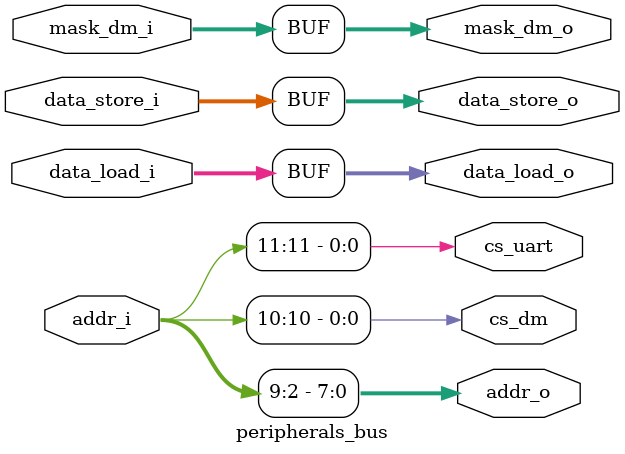
<source format=sv>

module peripherals_bus #(
    parameter  DW             = 32,
    parameter  MEM_SIZE_IN_KB = 1,                           //size of the data memory in kBs
    localparam NO_OF_REGS     = MEM_SIZE_IN_KB * 1024 / 4,   //4 bytes in 32 bits
    localparam ADDRW          = $clog2(NO_OF_REGS)
) (
    input  logic [DW-1:0]    data_load_i,    //data to load from peripherals (input side of bus)
    output logic [DW-1:0]    data_load_o,    //data to load at peripherals (output side of the bus)

    input  logic [DW-1:0]    addr_i,
    output logic [ADDRW-1:0] addr_o,

    input  logic [DW-1:0]    data_store_i,   //data to store at peripherals (input side of bus)
    output logic [DW-1:0]    data_store_o,   //data to be stored at peripherals (output side of bus)

    input  logic [3:0]       mask_dm_i,      //for data memory
    output logic [3:0]       mask_dm_o,       //for data memory

    output logic             cs_dm,          //chip select of data memory
    output logic             cs_uart         //chip select of data memory

);
    always_comb begin
        data_load_o  = data_load_i;
        data_store_o = data_store_i;
    end

    always_comb begin
        addr_o    = addr_i[ADDRW+1:2];      //because last 2 LSBs are to access bytes (byte accesible)
        mask_dm_o = mask_dm_i;
    end

    always_comb begin
        cs_dm   = addr_i[ADDRW+2];
        cs_uart = addr_i[ADDRW+3];
    end

endmodule
</source>
